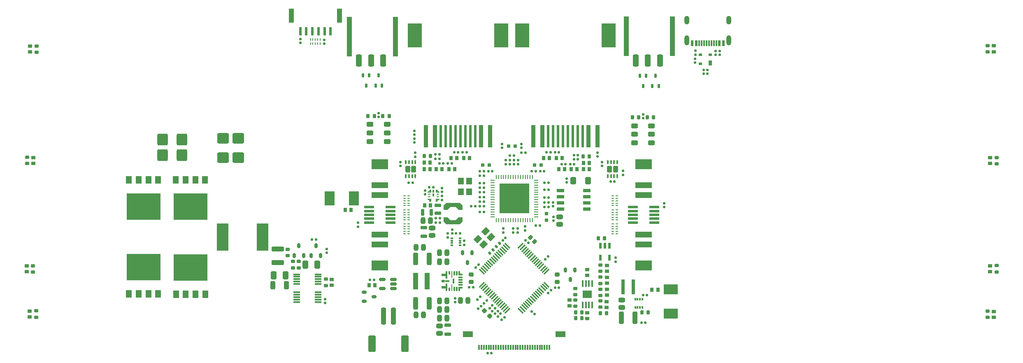
<source format=gbr>
%TF.GenerationSoftware,KiCad,Pcbnew,7.0.7*%
%TF.CreationDate,2024-04-13T02:06:32+02:00*%
%TF.ProjectId,smps_legged_robot,736d7073-5f6c-4656-9767-65645f726f62,1.0*%
%TF.SameCoordinates,PX7026f0PY568bc30*%
%TF.FileFunction,Paste,Top*%
%TF.FilePolarity,Positive*%
%FSLAX46Y46*%
G04 Gerber Fmt 4.6, Leading zero omitted, Abs format (unit mm)*
G04 Created by KiCad (PCBNEW 7.0.7) date 2024-04-13 02:06:32*
%MOMM*%
%LPD*%
G01*
G04 APERTURE LIST*
G04 Aperture macros list*
%AMRoundRect*
0 Rectangle with rounded corners*
0 $1 Rounding radius*
0 $2 $3 $4 $5 $6 $7 $8 $9 X,Y pos of 4 corners*
0 Add a 4 corners polygon primitive as box body*
4,1,4,$2,$3,$4,$5,$6,$7,$8,$9,$2,$3,0*
0 Add four circle primitives for the rounded corners*
1,1,$1+$1,$2,$3*
1,1,$1+$1,$4,$5*
1,1,$1+$1,$6,$7*
1,1,$1+$1,$8,$9*
0 Add four rect primitives between the rounded corners*
20,1,$1+$1,$2,$3,$4,$5,0*
20,1,$1+$1,$4,$5,$6,$7,0*
20,1,$1+$1,$6,$7,$8,$9,0*
20,1,$1+$1,$8,$9,$2,$3,0*%
%AMRotRect*
0 Rectangle, with rotation*
0 The origin of the aperture is its center*
0 $1 length*
0 $2 width*
0 $3 Rotation angle, in degrees counterclockwise*
0 Add horizontal line*
21,1,$1,$2,0,0,$3*%
%AMFreePoly0*
4,1,11,1.015000,1.170000,0.435000,0.575000,0.435000,-0.575000,1.015000,-1.170000,1.015000,-1.945000,0.125000,-1.945000,-0.435000,-1.395000,-0.435000,1.395000,0.125000,1.945000,1.015000,1.945000,1.015000,1.170000,1.015000,1.170000,$1*%
%AMFreePoly1*
4,1,11,0.435000,1.395000,0.435000,-1.395000,-0.125000,-1.945000,-1.015000,-1.945000,-1.015000,-1.170000,-0.435000,-0.575000,-0.435000,0.575000,-1.015000,1.170000,-1.015000,1.945000,-0.125000,1.945000,0.435000,1.395000,0.435000,1.395000,$1*%
%AMFreePoly2*
4,1,13,0.200001,0.350501,0.200001,-0.124500,0.150001,-0.174500,-0.500000,-0.174500,-0.550000,-0.124500,-0.550000,0.000501,-0.500000,0.050501,-0.249998,0.050501,-0.199998,0.100501,-0.199998,0.350501,-0.149998,0.400501,0.150001,0.400501,0.200001,0.350501,0.200001,0.350501,$1*%
%AMFreePoly3*
4,1,13,0.250001,0.124500,0.250001,-0.350503,0.200001,-0.400503,-0.099998,-0.400501,-0.149998,-0.350501,-0.149998,-0.100501,-0.199998,-0.050501,-0.450000,-0.050501,-0.500000,-0.000501,-0.500000,0.124500,-0.450000,0.174500,0.200001,0.174500,0.250001,0.124500,0.250001,0.124500,$1*%
%AMFreePoly4*
4,1,13,0.500000,0.124500,0.500000,-0.000501,0.450000,-0.050501,0.199998,-0.050501,0.149998,-0.100501,0.149998,-0.350501,0.099998,-0.400501,-0.200001,-0.400503,-0.250001,-0.350503,-0.250001,0.124500,-0.200001,0.174500,0.450000,0.174500,0.500000,0.124500,0.500000,0.124500,$1*%
%AMFreePoly5*
4,1,13,0.149998,0.350501,0.149998,0.100501,0.199998,0.050501,0.450000,0.050501,0.500000,0.000501,0.500000,-0.124500,0.450000,-0.174500,-0.200001,-0.174500,-0.250001,-0.124500,-0.250001,0.350501,-0.200001,0.400501,0.099998,0.400501,0.149998,0.350501,0.149998,0.350501,$1*%
G04 Aperture macros list end*
%ADD10R,1.200000X1.400000*%
%ADD11RoundRect,0.137500X-0.137500X-0.137500X0.137500X-0.137500X0.137500X0.137500X-0.137500X0.137500X0*%
%ADD12RoundRect,0.310000X0.310000X0.940000X-0.310000X0.940000X-0.310000X-0.940000X0.310000X-0.940000X0*%
%ADD13RoundRect,0.275000X0.275000X3.825000X-0.275000X3.825000X-0.275000X-3.825000X0.275000X-3.825000X0*%
%ADD14RoundRect,0.130000X0.130000X0.130000X-0.130000X0.130000X-0.130000X-0.130000X0.130000X-0.130000X0*%
%ADD15RoundRect,0.137500X-0.137500X0.137500X-0.137500X-0.137500X0.137500X-0.137500X0.137500X0.137500X0*%
%ADD16R,1.400000X0.300000*%
%ADD17RoundRect,0.175000X0.500000X-0.175000X0.500000X0.175000X-0.500000X0.175000X-0.500000X-0.175000X0*%
%ADD18R,0.600000X0.250000*%
%ADD19RoundRect,0.187500X0.262500X-0.187500X0.262500X0.187500X-0.262500X0.187500X-0.262500X-0.187500X0*%
%ADD20FreePoly0,270.000000*%
%ADD21FreePoly1,270.000000*%
%ADD22R,0.650000X0.700000*%
%ADD23RoundRect,0.322500X-0.752500X0.902500X-0.752500X-0.902500X0.752500X-0.902500X0.752500X0.902500X0*%
%ADD24RoundRect,0.237500X0.237500X0.437500X-0.237500X0.437500X-0.237500X-0.437500X0.237500X-0.437500X0*%
%ADD25RoundRect,0.137500X0.137500X-0.262500X0.137500X0.262500X-0.137500X0.262500X-0.137500X-0.262500X0*%
%ADD26RoundRect,0.137500X0.137500X-0.137500X0.137500X0.137500X-0.137500X0.137500X-0.137500X-0.137500X0*%
%ADD27RoundRect,0.130000X-0.130000X-0.130000X0.130000X-0.130000X0.130000X0.130000X-0.130000X0.130000X0*%
%ADD28RoundRect,0.137500X0.000000X0.194454X-0.194454X0.000000X0.000000X-0.194454X0.194454X0.000000X0*%
%ADD29RoundRect,0.187500X0.187500X0.262500X-0.187500X0.262500X-0.187500X-0.262500X0.187500X-0.262500X0*%
%ADD30RoundRect,0.162500X-0.162500X-0.287500X0.162500X-0.287500X0.162500X0.287500X-0.162500X0.287500X0*%
%ADD31RoundRect,0.300000X0.300000X0.550000X-0.300000X0.550000X-0.300000X-0.550000X0.300000X-0.550000X0*%
%ADD32R,2.489200X5.588000*%
%ADD33RoundRect,0.130000X0.000000X0.183848X-0.183848X0.000000X0.000000X-0.183848X0.183848X0.000000X0*%
%ADD34RoundRect,0.130000X0.183848X0.000000X0.000000X0.183848X-0.183848X0.000000X0.000000X-0.183848X0*%
%ADD35RoundRect,0.150000X0.150000X-0.350000X0.150000X0.350000X-0.150000X0.350000X-0.150000X-0.350000X0*%
%ADD36R,0.980000X3.400000*%
%ADD37RoundRect,0.187500X-0.262500X0.187500X-0.262500X-0.187500X0.262500X-0.187500X0.262500X0.187500X0*%
%ADD38RoundRect,0.237500X0.237500X1.062500X-0.237500X1.062500X-0.237500X-1.062500X0.237500X-1.062500X0*%
%ADD39RoundRect,0.218750X-0.256250X0.218750X-0.256250X-0.218750X0.256250X-0.218750X0.256250X0.218750X0*%
%ADD40RoundRect,0.130000X0.130000X-0.130000X0.130000X0.130000X-0.130000X0.130000X-0.130000X-0.130000X0*%
%ADD41R,1.525000X0.650000*%
%ADD42RoundRect,0.137500X-0.137500X0.262500X-0.137500X-0.262500X0.137500X-0.262500X0.137500X0.262500X0*%
%ADD43RoundRect,0.187500X0.462500X-0.187500X0.462500X0.187500X-0.462500X0.187500X-0.462500X-0.187500X0*%
%ADD44RoundRect,0.130000X-0.130000X0.130000X-0.130000X-0.130000X0.130000X-0.130000X0.130000X0.130000X0*%
%ADD45RoundRect,0.237500X-0.237500X-0.437500X0.237500X-0.437500X0.237500X0.437500X-0.237500X0.437500X0*%
%ADD46RoundRect,0.137500X0.137500X0.137500X-0.137500X0.137500X-0.137500X-0.137500X0.137500X-0.137500X0*%
%ADD47R,2.950000X2.020000*%
%ADD48RoundRect,0.162500X0.162500X0.287500X-0.162500X0.287500X-0.162500X-0.287500X0.162500X-0.287500X0*%
%ADD49RoundRect,0.250000X-0.450000X-0.250000X0.450000X-0.250000X0.450000X0.250000X-0.450000X0.250000X0*%
%ADD50RoundRect,0.322500X-0.902500X-0.752500X0.902500X-0.752500X0.902500X0.752500X-0.902500X0.752500X0*%
%ADD51RoundRect,0.162500X-0.287500X0.162500X-0.287500X-0.162500X0.287500X-0.162500X0.287500X0.162500X0*%
%ADD52RoundRect,0.187500X-0.187500X-0.262500X0.187500X-0.262500X0.187500X0.262500X-0.187500X0.262500X0*%
%ADD53RoundRect,0.162500X0.287500X-0.162500X0.287500X0.162500X-0.287500X0.162500X-0.287500X-0.162500X0*%
%ADD54RoundRect,0.237500X-0.437500X0.237500X-0.437500X-0.237500X0.437500X-0.237500X0.437500X0.237500X0*%
%ADD55R,1.143000X1.524000*%
%ADD56R,6.959600X5.410200*%
%ADD57RoundRect,0.237500X-0.237500X-1.062500X0.237500X-1.062500X0.237500X1.062500X-0.237500X1.062500X0*%
%ADD58RoundRect,0.218750X0.335876X0.026517X0.026517X0.335876X-0.335876X-0.026517X-0.026517X-0.335876X0*%
%ADD59RoundRect,0.250000X0.250000X-0.450000X0.250000X0.450000X-0.250000X0.450000X-0.250000X-0.450000X0*%
%ADD60RoundRect,0.075000X0.075000X-0.350000X0.075000X0.350000X-0.075000X0.350000X-0.075000X-0.350000X0*%
%ADD61RoundRect,0.240000X0.360000X0.510000X-0.360000X0.510000X-0.360000X-0.510000X0.360000X-0.510000X0*%
%ADD62RoundRect,0.150000X-0.350000X-0.150000X0.350000X-0.150000X0.350000X0.150000X-0.350000X0.150000X0*%
%ADD63RoundRect,0.150000X-0.150000X0.350000X-0.150000X-0.350000X0.150000X-0.350000X0.150000X0.350000X0*%
%ADD64RoundRect,0.130000X-0.183848X0.000000X0.000000X-0.183848X0.183848X0.000000X0.000000X0.183848X0*%
%ADD65R,0.475000X0.300000*%
%ADD66RoundRect,0.137500X-0.194454X0.000000X0.000000X-0.194454X0.194454X0.000000X0.000000X0.194454X0*%
%ADD67R,0.810000X4.600000*%
%ADD68R,0.610000X4.600000*%
%ADD69R,3.000000X4.900000*%
%ADD70R,0.300000X1.000000*%
%ADD71R,2.000000X1.300000*%
%ADD72RoundRect,0.130000X0.000000X-0.183848X0.183848X0.000000X0.000000X0.183848X-0.183848X0.000000X0*%
%ADD73R,0.600000X1.200000*%
%ADD74RoundRect,0.237500X-1.062500X0.237500X-1.062500X-0.237500X1.062500X-0.237500X1.062500X0.237500X0*%
%ADD75RoundRect,0.187500X-0.187500X-0.462500X0.187500X-0.462500X0.187500X0.462500X-0.187500X0.462500X0*%
%ADD76RoundRect,0.140000X-0.021213X0.219203X-0.219203X0.021213X0.021213X-0.219203X0.219203X-0.021213X0*%
%ADD77R,3.500000X2.000000*%
%ADD78R,3.500000X1.300000*%
%ADD79R,2.000000X0.500000*%
%ADD80R,0.700000X1.000000*%
%ADD81R,0.700000X0.600000*%
%ADD82RoundRect,0.187500X-0.318198X-0.053033X-0.053033X-0.318198X0.318198X0.053033X0.053033X0.318198X0*%
%ADD83R,0.609600X1.701800*%
%ADD84R,0.990600X2.844800*%
%ADD85RoundRect,0.237500X0.437500X-0.237500X0.437500X0.237500X-0.437500X0.237500X-0.437500X-0.237500X0*%
%ADD86R,0.250000X0.600000*%
%ADD87RoundRect,0.206521X0.268479X0.643479X-0.268479X0.643479X-0.268479X-0.643479X0.268479X-0.643479X0*%
%ADD88R,0.300000X0.475000*%
%ADD89R,0.850000X0.280000*%
%ADD90R,0.280000X0.850000*%
%ADD91R,6.100000X6.100000*%
%ADD92RoundRect,0.250000X-0.250000X-1.500000X0.250000X-1.500000X0.250000X1.500000X-0.250000X1.500000X0*%
%ADD93RoundRect,0.250001X-0.499999X-1.449999X0.499999X-1.449999X0.499999X1.449999X-0.499999X1.449999X0*%
%ADD94R,0.600000X1.150000*%
%ADD95R,0.300000X1.150000*%
%ADD96O,1.000000X2.100000*%
%ADD97O,1.000000X1.800000*%
%ADD98R,2.020000X2.950000*%
%ADD99FreePoly2,0.000000*%
%ADD100FreePoly3,0.000000*%
%ADD101FreePoly4,0.000000*%
%ADD102FreePoly5,0.000000*%
%ADD103RoundRect,0.150000X0.512500X0.150000X-0.512500X0.150000X-0.512500X-0.150000X0.512500X-0.150000X0*%
%ADD104RotRect,1.150000X1.400000X315.000000*%
%ADD105R,0.300000X0.875000*%
%ADD106R,0.300000X0.825000*%
%ADD107R,0.250000X1.375000*%
%ADD108R,0.300000X0.725000*%
%ADD109R,0.300000X1.525000*%
%ADD110R,0.725000X0.550000*%
%ADD111R,0.875000X0.450000*%
%ADD112R,0.925000X0.300000*%
%ADD113R,0.350000X0.500000*%
%ADD114R,0.905000X0.550000*%
%ADD115R,0.950000X0.300000*%
%ADD116R,0.440000X1.050000*%
%ADD117R,0.700000X0.650000*%
%ADD118RoundRect,0.300000X-0.300000X-0.550000X0.300000X-0.550000X0.300000X0.550000X-0.300000X0.550000X0*%
%ADD119RoundRect,0.140000X0.021213X-0.219203X0.219203X-0.021213X-0.021213X0.219203X-0.219203X0.021213X0*%
%ADD120R,0.711200X3.073400*%
%ADD121RoundRect,0.075000X-0.548008X0.441942X0.441942X-0.548008X0.548008X-0.441942X-0.441942X0.548008X0*%
%ADD122RoundRect,0.075000X-0.548008X-0.441942X-0.441942X-0.548008X0.548008X0.441942X0.441942X0.548008X0*%
%ADD123R,0.450000X1.400000*%
%ADD124R,1.890000X1.570000*%
%ADD125RoundRect,0.137500X0.000000X-0.194454X0.194454X0.000000X0.000000X0.194454X-0.194454X0.000000X0*%
G04 APERTURE END LIST*
%TO.C,U802*%
G36*
X126990001Y-264998D02*
G01*
X126990001Y-714997D01*
X126940001Y-764997D01*
X126689999Y-764997D01*
X126639999Y-714997D01*
X126640002Y-264998D01*
X126690002Y-214998D01*
X126940001Y-214998D01*
X126990001Y-264998D01*
G37*
G36*
X126989998Y485000D02*
G01*
X126989998Y35001D01*
X126939998Y-14999D01*
X126689999Y-14999D01*
X126639999Y35001D01*
X126639999Y485000D01*
X126689999Y535000D01*
X126939998Y535000D01*
X126989998Y485000D01*
G37*
G36*
X126989998Y485000D02*
G01*
X126989998Y35001D01*
X126939998Y-14999D01*
X126689999Y-14999D01*
X126639999Y35001D01*
X126639999Y485000D01*
X126689999Y535000D01*
X126939998Y535000D01*
X126989998Y485000D01*
G37*
G36*
X126365001Y-1340500D02*
G01*
X126365001Y-1815503D01*
X126315001Y-1865503D01*
X126015002Y-1865501D01*
X125965002Y-1815501D01*
X125965002Y-1565501D01*
X125915002Y-1515501D01*
X125665000Y-1515501D01*
X125615000Y-1465501D01*
X125615000Y-1340500D01*
X125665000Y-1290500D01*
X126315001Y-1290500D01*
X126365001Y-1340500D01*
G37*
G36*
X126365001Y410500D02*
G01*
X126364998Y10500D01*
X126315001Y-39497D01*
X125665002Y-39497D01*
X125615005Y10500D01*
X125615002Y135499D01*
X125665002Y185501D01*
X125915002Y185501D01*
X125965002Y235501D01*
X125965002Y410502D01*
X126015002Y460502D01*
X126315001Y460502D01*
X126365001Y410500D01*
G37*
G36*
X127664998Y410502D02*
G01*
X127664998Y235501D01*
X127714998Y185501D01*
X127964998Y185501D01*
X128014998Y135499D01*
X128014995Y10500D01*
X127964998Y-39497D01*
X127314999Y-39497D01*
X127265002Y10500D01*
X127264999Y410500D01*
X127314999Y460502D01*
X127614998Y460502D01*
X127664998Y410502D01*
G37*
%TD*%
D10*
%TO.C,Y1101*%
X134125000Y150000D03*
X134125000Y2350000D03*
X132425000Y2350000D03*
X132425000Y150000D03*
%TD*%
D11*
%TO.C,R1115*%
X136360000Y-1900000D03*
X137160000Y-1900000D03*
%TD*%
D12*
%TO.C,J1104*%
X168425000Y27165000D03*
X170925000Y27165000D03*
X173425000Y27165000D03*
D13*
X166455000Y32095000D03*
X175995000Y32095000D03*
%TD*%
D14*
%TO.C,C1145*%
X128015000Y6890000D03*
X127215000Y6890000D03*
%TD*%
D15*
%TO.C,R1132*%
X144895000Y9960000D03*
X144895000Y9160000D03*
%TD*%
D16*
%TO.C,IC1501*%
X98675000Y-16850000D03*
X98675000Y-17350000D03*
X98675000Y-17850000D03*
X98675000Y-18350000D03*
X98675000Y-18850000D03*
X103075000Y-18850000D03*
X103075000Y-18350000D03*
X103075000Y-17850000D03*
X103075000Y-17350000D03*
X103075000Y-16850000D03*
%TD*%
D11*
%TO.C,R805*%
X131457100Y-8441000D03*
X132257100Y-8441000D03*
%TD*%
D17*
%TO.C,C817*%
X127750000Y-4275000D03*
X127750000Y-2675000D03*
%TD*%
D14*
%TO.C,C816*%
X128125000Y-5325000D03*
X127325000Y-5325000D03*
%TD*%
D18*
%TO.C,D1001*%
X120875000Y-6500000D03*
X120875000Y-7000000D03*
X120875000Y-7500000D03*
X120875000Y-8000000D03*
X120875000Y-8500000D03*
X121725000Y-8500000D03*
X121725000Y-8000000D03*
X121725000Y-7500000D03*
X121725000Y-7000000D03*
X121725000Y-6500000D03*
%TD*%
D19*
%TO.C,C2103*%
X43090000Y-16310000D03*
X43090000Y-15110000D03*
%TD*%
D20*
%TO.C,L803*%
X130850000Y-2585000D03*
D21*
X130850000Y-6115000D03*
%TD*%
D22*
%TO.C,FB1101*%
X142240000Y9540000D03*
X143590000Y9540000D03*
%TD*%
D23*
%TO.C,D504*%
X71050000Y10850000D03*
X71050000Y7700000D03*
%TD*%
D24*
%TO.C,C802*%
X129558000Y-22270000D03*
X128058000Y-22270000D03*
%TD*%
D25*
%TO.C,D1102*%
X171860000Y21858173D03*
X173160000Y21858173D03*
X172510000Y24008173D03*
%TD*%
D24*
%TO.C,C805*%
X124708000Y-11320000D03*
X123208000Y-11320000D03*
%TD*%
D26*
%TO.C,R402*%
X184882500Y28322500D03*
X184882500Y29122500D03*
%TD*%
D14*
%TO.C,C1127*%
X138887500Y4387500D03*
X138087500Y4387500D03*
%TD*%
D26*
%TO.C,R1130*%
X151400000Y-2840000D03*
X151400000Y-2040000D03*
%TD*%
D27*
%TO.C,C1709*%
X137930000Y-33050000D03*
X138730000Y-33050000D03*
%TD*%
%TO.C,C1126*%
X147035000Y4380000D03*
X147835000Y4380000D03*
%TD*%
%TO.C,C1133*%
X136360000Y1885000D03*
X137160000Y1885000D03*
%TD*%
D28*
%TO.C,R401*%
X137765000Y-22215000D03*
X137199314Y-22780686D03*
%TD*%
D29*
%TO.C,C1141*%
X158845000Y4780000D03*
X157645000Y4780000D03*
%TD*%
D30*
%TO.C,R1705*%
X156065000Y-24685000D03*
X157365000Y-24685000D03*
%TD*%
D15*
%TO.C,R1101*%
X119975000Y6225000D03*
X119975000Y5425000D03*
%TD*%
D31*
%TO.C,R1502*%
X102900000Y-14850000D03*
X100450000Y-14850000D03*
%TD*%
D27*
%TO.C,C1117*%
X142555000Y7613000D03*
X143355000Y7613000D03*
%TD*%
D32*
%TO.C,R1505*%
X91639400Y-9150000D03*
X83460600Y-9150000D03*
%TD*%
D33*
%TO.C,C412*%
X136607843Y-23372157D03*
X136042157Y-23937843D03*
%TD*%
D34*
%TO.C,C413*%
X138915000Y-24395000D03*
X138349314Y-23829314D03*
%TD*%
D15*
%TO.C,R408*%
X182370000Y25199999D03*
X182370000Y24399999D03*
%TD*%
D35*
%TO.C,Q1102*%
X101675000Y-13000000D03*
X103575000Y-13000000D03*
X102625000Y-11000000D03*
%TD*%
D14*
%TO.C,C818*%
X128125000Y-6200000D03*
X127325000Y-6200000D03*
%TD*%
D24*
%TO.C,C1204*%
X129558000Y-14220000D03*
X128058000Y-14220000D03*
%TD*%
D26*
%TO.C,R1133*%
X140905000Y9160000D03*
X140905000Y9960000D03*
%TD*%
D36*
%TO.C,L801*%
X125483000Y-18230000D03*
X123113000Y-18230000D03*
%TD*%
D37*
%TO.C,C2102*%
X241360000Y7140000D03*
X241360000Y5940000D03*
%TD*%
D38*
%TO.C,C1207*%
X125908000Y-22820000D03*
X123108000Y-22820000D03*
%TD*%
D14*
%TO.C,C1116*%
X137160000Y-3990000D03*
X136360000Y-3990000D03*
%TD*%
D39*
%TO.C,D1504*%
X134560000Y-16862500D03*
X134560000Y-18437500D03*
%TD*%
D40*
%TO.C,C901*%
X174290000Y-3010000D03*
X174290000Y-2210000D03*
%TD*%
D41*
%TO.C,IC1102*%
X158374000Y-3430000D03*
X158374000Y-2160000D03*
X158374000Y-890000D03*
X158374000Y380000D03*
X152950000Y380000D03*
X152950000Y-890000D03*
X152950000Y-2160000D03*
X152950000Y-3430000D03*
%TD*%
D30*
%TO.C,R801*%
X169670000Y-24710000D03*
X170970000Y-24710000D03*
%TD*%
D42*
%TO.C,D1104*%
X113614999Y24115699D03*
X112314999Y24115699D03*
X112964999Y21965699D03*
%TD*%
D43*
%TO.C,FB1201*%
X129758000Y-29120000D03*
X129758000Y-27320000D03*
%TD*%
D14*
%TO.C,C1111*%
X137160000Y-940000D03*
X136360000Y-940000D03*
%TD*%
%TO.C,C1105*%
X164050000Y2230000D03*
X163250000Y2230000D03*
%TD*%
D44*
%TO.C,C417*%
X185712500Y29117500D03*
X185712500Y28317500D03*
%TD*%
D45*
%TO.C,C1205*%
X132358000Y-22245000D03*
X133858000Y-22245000D03*
%TD*%
D46*
%TO.C,R1135*%
X145705000Y8180000D03*
X144905000Y8180000D03*
%TD*%
D27*
%TO.C,C1136*%
X136360000Y3460000D03*
X137160000Y3460000D03*
%TD*%
D11*
%TO.C,R806*%
X169920000Y-21135000D03*
X170720000Y-21135000D03*
%TD*%
D47*
%TO.C,F1301*%
X175650000Y-24970000D03*
X175650000Y-19970000D03*
%TD*%
D44*
%TO.C,C1128*%
X141210000Y-7440000D03*
X141210000Y-8240000D03*
%TD*%
D37*
%TO.C,C2105*%
X44490000Y7190000D03*
X44490000Y5990000D03*
%TD*%
D48*
%TO.C,R1127*%
X126195000Y7470000D03*
X124895000Y7470000D03*
%TD*%
D49*
%TO.C,SW1103*%
X113765000Y13990000D03*
X113765000Y12240000D03*
X113765000Y10490000D03*
X117265000Y13990000D03*
X117265000Y12240000D03*
X117265000Y10490000D03*
%TD*%
D50*
%TO.C,D501*%
X83475000Y7150000D03*
X86625000Y7150000D03*
%TD*%
D15*
%TO.C,R1114*%
X145685000Y-7000000D03*
X145685000Y-7800000D03*
%TD*%
D51*
%TO.C,R1704*%
X161150000Y-17420000D03*
X161150000Y-18720000D03*
%TD*%
D30*
%TO.C,R1139*%
X116385000Y15720000D03*
X117685000Y15720000D03*
%TD*%
D29*
%TO.C,C1130*%
X128585000Y4815000D03*
X127385000Y4815000D03*
%TD*%
D46*
%TO.C,R1123*%
X155735000Y5820000D03*
X154935000Y5820000D03*
%TD*%
D52*
%TO.C,C1138*%
X133045000Y7115000D03*
X134245000Y7115000D03*
%TD*%
D53*
%TO.C,R1501*%
X99100000Y-15500000D03*
X99100000Y-14200000D03*
%TD*%
D54*
%TO.C,C1148*%
X152785000Y-5030000D03*
X152785000Y-6530000D03*
%TD*%
D15*
%TO.C,R407*%
X183210000Y25199999D03*
X183210000Y24399999D03*
%TD*%
D49*
%TO.C,SW1101*%
X168190000Y13722183D03*
X168190000Y11972183D03*
X168190000Y10222183D03*
X171690000Y13722183D03*
X171690000Y11972183D03*
X171690000Y10222183D03*
%TD*%
D15*
%TO.C,R403*%
X180672500Y29132500D03*
X180672500Y28332500D03*
%TD*%
D55*
%TO.C,Q1201*%
X70149999Y2625100D03*
X68149998Y2625100D03*
X66149999Y2625100D03*
X64149998Y2625100D03*
D56*
X67150000Y-2899400D03*
%TD*%
D25*
%TO.C,D1105*%
X114904999Y21963199D03*
X116204999Y21963199D03*
X115554999Y24113199D03*
%TD*%
D53*
%TO.C,R2202*%
X45040000Y-25650000D03*
X45040000Y-24350000D03*
%TD*%
D14*
%TO.C,C1114*%
X137160000Y10000D03*
X136360000Y10000D03*
%TD*%
D57*
%TO.C,C806*%
X165445000Y-25760000D03*
X168245000Y-25760000D03*
%TD*%
D58*
%TO.C,FB401*%
X138351847Y-25471847D03*
X137238153Y-24358153D03*
%TD*%
D29*
%TO.C,C1802*%
X114750000Y-19050000D03*
X113550000Y-19050000D03*
%TD*%
D27*
%TO.C,C1146*%
X155735000Y6790000D03*
X156535000Y6790000D03*
%TD*%
D19*
%TO.C,C1704*%
X162480000Y-21160000D03*
X162480000Y-19960000D03*
%TD*%
D51*
%TO.C,R2204*%
X240810000Y30200000D03*
X240810000Y28900000D03*
%TD*%
D53*
%TO.C,R1103*%
X96800000Y-13025000D03*
X96800000Y-11725000D03*
%TD*%
D40*
%TO.C,C808*%
X129730500Y-9245000D03*
X129730500Y-8445000D03*
%TD*%
D27*
%TO.C,C1121*%
X149660000Y-2990000D03*
X150460000Y-2990000D03*
%TD*%
D59*
%TO.C,U1102*%
X163050000Y4790000D03*
X164250000Y4790000D03*
D60*
X162675000Y3340000D03*
X163325000Y3340000D03*
X163975000Y3340000D03*
X164625000Y3340000D03*
X164625000Y6240000D03*
X163975000Y6240000D03*
X163325000Y6240000D03*
X162675000Y6240000D03*
%TD*%
D15*
%TO.C,R1116*%
X143385000Y6648000D03*
X143385000Y5848000D03*
%TD*%
D40*
%TO.C,C2001*%
X104475000Y-22725000D03*
X104475000Y-21925000D03*
%TD*%
D61*
%TO.C,D1107*%
X158605000Y2447500D03*
X155605000Y2447500D03*
%TD*%
D44*
%TO.C,C1115*%
X144235000Y6648000D03*
X144235000Y5848000D03*
%TD*%
D46*
%TO.C,R1113*%
X135400000Y-2850000D03*
X134600000Y-2850000D03*
%TD*%
D15*
%TO.C,R1125*%
X154225000Y2850000D03*
X154225000Y2050000D03*
%TD*%
D44*
%TO.C,C1102*%
X165780000Y4435000D03*
X165780000Y3635000D03*
%TD*%
D18*
%TO.C,D901*%
X164575000Y-2700000D03*
X164575000Y-2200000D03*
X164575000Y-1700000D03*
X164575000Y-1200000D03*
X164575000Y-700000D03*
X163725000Y-700000D03*
X163725000Y-1200000D03*
X163725000Y-1700000D03*
X163725000Y-2200000D03*
X163725000Y-2700000D03*
%TD*%
D46*
%TO.C,R1124*%
X133625000Y8245000D03*
X132825000Y8245000D03*
%TD*%
D14*
%TO.C,C1139*%
X128015000Y7820000D03*
X127215000Y7820000D03*
%TD*%
D19*
%TO.C,C1503*%
X105900000Y-19100000D03*
X105900000Y-17900000D03*
%TD*%
D62*
%TO.C,Q1401*%
X112550000Y-20500000D03*
X112550000Y-22400000D03*
X114550000Y-21450000D03*
%TD*%
D29*
%TO.C,C1143*%
X158855000Y6100000D03*
X157655000Y6100000D03*
%TD*%
D37*
%TO.C,C2201*%
X43840000Y30080000D03*
X43840000Y28880000D03*
%TD*%
D52*
%TO.C,C1137*%
X155155000Y4780000D03*
X156355000Y4780000D03*
%TD*%
D30*
%TO.C,R1126*%
X157585000Y7410000D03*
X158885000Y7410000D03*
%TD*%
D27*
%TO.C,C1140*%
X155725000Y7710000D03*
X156525000Y7710000D03*
%TD*%
D18*
%TO.C,D1301*%
X164575000Y-8500000D03*
X164575000Y-8000000D03*
X164575000Y-7500000D03*
X164575000Y-7000000D03*
X164575000Y-6500000D03*
X163725000Y-6500000D03*
X163725000Y-7000000D03*
X163725000Y-7500000D03*
X163725000Y-8000000D03*
X163725000Y-8500000D03*
%TD*%
D19*
%TO.C,C1702*%
X162480000Y-16180000D03*
X162480000Y-14980000D03*
%TD*%
D29*
%TO.C,C1134*%
X153765000Y4780000D03*
X152565000Y4780000D03*
%TD*%
D63*
%TO.C,Q1502*%
X155890000Y-15920000D03*
X153990000Y-15920000D03*
X154940000Y-17920000D03*
%TD*%
D40*
%TO.C,C809*%
X130640500Y-8445000D03*
X130640500Y-7645000D03*
%TD*%
D39*
%TO.C,D1505*%
X152270000Y-16872500D03*
X152270000Y-18447500D03*
%TD*%
D29*
%TO.C,C1401*%
X109850000Y-3600000D03*
X108650000Y-3600000D03*
%TD*%
D64*
%TO.C,C416*%
X140039314Y-24389314D03*
X140605000Y-24955000D03*
%TD*%
D63*
%TO.C,Q1501*%
X134730000Y-12410000D03*
X132830000Y-12410000D03*
X133780000Y-14410000D03*
%TD*%
D65*
%TO.C,U801*%
X132251000Y-10900000D03*
X132251000Y-10400000D03*
X132251000Y-9900000D03*
X132251000Y-9400000D03*
X130575000Y-9400000D03*
X130575000Y-9900000D03*
X130575000Y-10400000D03*
X130575000Y-10900000D03*
%TD*%
D66*
%TO.C,R406*%
X147017157Y-24467157D03*
X147582843Y-25032843D03*
%TD*%
D23*
%TO.C,D503*%
X75050000Y10850000D03*
X75050000Y7700000D03*
%TD*%
D11*
%TO.C,R802*%
X125950000Y1100000D03*
X126750000Y1100000D03*
%TD*%
D67*
%TO.C,J1107*%
X147355000Y11590000D03*
X149195000Y11590000D03*
D68*
X150395000Y11590000D03*
X151415000Y11590000D03*
X152435000Y11590000D03*
X153455000Y11590000D03*
X154475000Y11590000D03*
X155495000Y11590000D03*
X156515000Y11590000D03*
X157535000Y11590000D03*
D67*
X158735000Y11590000D03*
X160575000Y11590000D03*
D69*
X145045000Y32280000D03*
X162885000Y32280000D03*
%TD*%
D19*
%TO.C,C2202*%
X43750000Y-25600000D03*
X43750000Y-24400000D03*
%TD*%
D11*
%TO.C,R1117*%
X150095000Y8220000D03*
X150895000Y8220000D03*
%TD*%
D18*
%TO.C,D2501*%
X120875000Y-700000D03*
X120875000Y-1200000D03*
X120875000Y-1700000D03*
X120875000Y-2200000D03*
X120875000Y-2700000D03*
X121725000Y-2700000D03*
X121725000Y-2200000D03*
X121725000Y-1700000D03*
X121725000Y-1200000D03*
X121725000Y-700000D03*
%TD*%
D48*
%TO.C,R1708*%
X162415000Y-24860000D03*
X161115000Y-24860000D03*
%TD*%
D70*
%TO.C,J1702*%
X150675000Y-31875000D03*
X150175000Y-31875000D03*
X149675000Y-31875000D03*
X149175000Y-31875000D03*
X148675000Y-31875000D03*
X148175000Y-31875000D03*
X147675000Y-31875000D03*
X147175000Y-31875000D03*
X146675000Y-31875000D03*
X146175000Y-31875000D03*
X145675000Y-31875000D03*
X145175000Y-31875000D03*
X144675000Y-31875000D03*
X144175000Y-31875000D03*
X143675000Y-31875000D03*
X143175000Y-31875000D03*
X142675000Y-31875000D03*
X142175000Y-31875000D03*
X141675000Y-31875000D03*
X141175000Y-31875000D03*
X140675000Y-31875000D03*
X140175000Y-31875000D03*
X139675000Y-31875000D03*
X139175000Y-31875000D03*
X138675000Y-31875000D03*
X138175000Y-31875000D03*
X137675000Y-31875000D03*
X137175000Y-31875000D03*
X136675000Y-31875000D03*
X136175000Y-31875000D03*
D71*
X152975000Y-29175000D03*
X133875000Y-29175000D03*
%TD*%
D15*
%TO.C,R804*%
X133090000Y-9980000D03*
X133090000Y-10780000D03*
%TD*%
D29*
%TO.C,C1302*%
X172970000Y-19980000D03*
X171770000Y-19980000D03*
%TD*%
D30*
%TO.C,R1701*%
X160700000Y-9460000D03*
X162000000Y-9460000D03*
%TD*%
D72*
%TO.C,C409*%
X141062157Y-9882843D03*
X141627843Y-9317157D03*
%TD*%
D67*
%TO.C,J1108*%
X125245000Y11590000D03*
X127085000Y11590000D03*
D68*
X128285000Y11590000D03*
X129305000Y11590000D03*
X130325000Y11590000D03*
X131345000Y11590000D03*
X132365000Y11590000D03*
X133385000Y11590000D03*
X134405000Y11590000D03*
X135425000Y11590000D03*
D67*
X136625000Y11590000D03*
X138465000Y11590000D03*
D69*
X122935000Y32280000D03*
X140775000Y32280000D03*
%TD*%
D73*
%TO.C,U1701*%
X163020000Y-10930000D03*
X162070000Y-10930000D03*
X161120000Y-10930000D03*
X161120000Y-13430000D03*
X163020000Y-13430000D03*
%TD*%
D26*
%TO.C,R1105*%
X104850000Y-12400000D03*
X104850000Y-11600000D03*
%TD*%
D11*
%TO.C,R1122*%
X131075000Y8245000D03*
X131875000Y8245000D03*
%TD*%
D37*
%TO.C,C1706*%
X162465000Y-22435000D03*
X162465000Y-23635000D03*
%TD*%
D44*
%TO.C,C1124*%
X143210000Y-7430000D03*
X143210000Y-8230000D03*
%TD*%
D74*
%TO.C,C1501*%
X94750000Y-11650000D03*
X94750000Y-14450000D03*
%TD*%
D18*
%TO.C,D1401*%
X120875000Y-3600000D03*
X120875000Y-4100000D03*
X120875000Y-4600000D03*
X120875000Y-5100000D03*
X120875000Y-5600000D03*
X121725000Y-5600000D03*
X121725000Y-5100000D03*
X121725000Y-4600000D03*
X121725000Y-4100000D03*
X121725000Y-3600000D03*
%TD*%
D19*
%TO.C,C1705*%
X154765000Y-23335000D03*
X154765000Y-22135000D03*
%TD*%
D24*
%TO.C,C804*%
X124708000Y-25170000D03*
X123208000Y-25170000D03*
%TD*%
D33*
%TO.C,C407*%
X150982843Y-20117157D03*
X150417157Y-20682843D03*
%TD*%
D30*
%TO.C,R1138*%
X113345000Y15720000D03*
X114645000Y15720000D03*
%TD*%
D44*
%TO.C,C1001*%
X111250000Y-6225000D03*
X111250000Y-7025000D03*
%TD*%
D55*
%TO.C,Q1202*%
X79811399Y2625100D03*
X77811398Y2625100D03*
X75811399Y2625100D03*
X73811398Y2625100D03*
D56*
X76811400Y-2899400D03*
%TD*%
D30*
%TO.C,R1108*%
X170810000Y15472183D03*
X172110000Y15472183D03*
%TD*%
D64*
%TO.C,C410*%
X145777157Y-9827157D03*
X146342843Y-10392843D03*
%TD*%
D16*
%TO.C,IC2001*%
X98675000Y-20550000D03*
X98675000Y-21050000D03*
X98675000Y-21550000D03*
X98675000Y-22050000D03*
X98675000Y-22550000D03*
X103075000Y-22550000D03*
X103075000Y-22050000D03*
X103075000Y-21550000D03*
X103075000Y-21050000D03*
X103075000Y-20550000D03*
%TD*%
D75*
%TO.C,C812*%
X124550000Y-4100000D03*
X126350000Y-4100000D03*
%TD*%
D53*
%TO.C,R1710*%
X156005000Y-21030000D03*
X156005000Y-19730000D03*
%TD*%
D15*
%TO.C,R1131*%
X160575000Y8210000D03*
X160575000Y7410000D03*
%TD*%
D51*
%TO.C,R1706*%
X161150000Y-19910000D03*
X161150000Y-21210000D03*
%TD*%
D14*
%TO.C,C1104*%
X122520000Y1970000D03*
X121720000Y1970000D03*
%TD*%
D76*
%TO.C,C402*%
X139019411Y-11800589D03*
X138340589Y-12479411D03*
%TD*%
D24*
%TO.C,C801*%
X129568000Y-24080000D03*
X128068000Y-24080000D03*
%TD*%
D53*
%TO.C,R1707*%
X156005000Y-23400000D03*
X156005000Y-22100000D03*
%TD*%
D77*
%TO.C,J2501*%
X115760000Y5840000D03*
X115760000Y-15060000D03*
D78*
X115760000Y-510000D03*
X115760000Y-8710000D03*
X115760000Y1490000D03*
X115760000Y-10710000D03*
D79*
X117960000Y-3010000D03*
X113560000Y-3010000D03*
X117960000Y-3810000D03*
X113560000Y-3810000D03*
X117960000Y-4610000D03*
X113560000Y-4610000D03*
X117960000Y-5410000D03*
X113560000Y-5410000D03*
X117960000Y-6210000D03*
X113560000Y-6210000D03*
%TD*%
D40*
%TO.C,C403*%
X180662500Y26717500D03*
X180662500Y27517500D03*
%TD*%
D26*
%TO.C,R803*%
X125050000Y-400000D03*
X125050000Y400000D03*
%TD*%
D80*
%TO.C,D401*%
X183737500Y26647500D03*
D81*
X183737500Y28347500D03*
X181737500Y28347500D03*
X181737500Y26447500D03*
%TD*%
D55*
%TO.C,Q1204*%
X64150001Y-20874500D03*
X66150002Y-20874500D03*
X68150001Y-20874500D03*
X70150002Y-20874500D03*
D56*
X67150000Y-15350000D03*
%TD*%
D46*
%TO.C,R1508*%
X152640000Y-19570000D03*
X151840000Y-19570000D03*
%TD*%
D19*
%TO.C,C1708*%
X158465000Y-17085000D03*
X158465000Y-15885000D03*
%TD*%
D82*
%TO.C,C411*%
X146730000Y-9260000D03*
X147578528Y-10108528D03*
%TD*%
D46*
%TO.C,R1120*%
X130565000Y5935000D03*
X129765000Y5935000D03*
%TD*%
%TO.C,R1104*%
X102625000Y-9650000D03*
X101825000Y-9650000D03*
%TD*%
D18*
%TO.C,D1302*%
X164575000Y-5600000D03*
X164575000Y-5100000D03*
X164575000Y-4600000D03*
X164575000Y-4100000D03*
X164575000Y-3600000D03*
X163725000Y-3600000D03*
X163725000Y-4100000D03*
X163725000Y-4600000D03*
X163725000Y-5100000D03*
X163725000Y-5600000D03*
%TD*%
D64*
%TO.C,C415*%
X139479314Y-24956471D03*
X140045000Y-25522157D03*
%TD*%
D51*
%TO.C,R2105*%
X43190000Y7240000D03*
X43190000Y5940000D03*
%TD*%
D38*
%TO.C,C803*%
X125908000Y-13670000D03*
X123108000Y-13670000D03*
%TD*%
D51*
%TO.C,R1503*%
X97925000Y-14200000D03*
X97925000Y-15500000D03*
%TD*%
D72*
%TO.C,C408*%
X135497157Y-15432843D03*
X136062843Y-14867157D03*
%TD*%
D83*
%TO.C,J402*%
X105655000Y33167150D03*
X104405000Y33167150D03*
X103155000Y33167150D03*
X101905000Y33167150D03*
X100655000Y33167150D03*
X99405000Y33167150D03*
D84*
X107504999Y36367151D03*
X97555001Y36367151D03*
%TD*%
D30*
%TO.C,R1107*%
X167770000Y15472183D03*
X169070000Y15472183D03*
%TD*%
D55*
%TO.C,Q1203*%
X73850001Y-20965200D03*
X75850002Y-20965200D03*
X77850001Y-20965200D03*
X79850002Y-20965200D03*
D56*
X76850000Y-15440700D03*
%TD*%
D37*
%TO.C,C1707*%
X158465000Y-24735000D03*
X158465000Y-25935000D03*
%TD*%
D44*
%TO.C,C1122*%
X144160000Y-7430000D03*
X144160000Y-8230000D03*
%TD*%
D40*
%TO.C,C1101*%
X123090000Y7340000D03*
X123090000Y8140000D03*
%TD*%
D19*
%TO.C,C2203*%
X242120000Y-25690000D03*
X242120000Y-24490000D03*
%TD*%
D11*
%TO.C,R1506*%
X134180000Y-19550000D03*
X134980000Y-19550000D03*
%TD*%
D15*
%TO.C,R1102*%
X161475000Y6225000D03*
X161475000Y5425000D03*
%TD*%
D37*
%TO.C,C2204*%
X242090000Y30150000D03*
X242090000Y28950000D03*
%TD*%
D59*
%TO.C,U1101*%
X121520000Y4770000D03*
X122720000Y4770000D03*
D60*
X121145000Y3320000D03*
X121795000Y3320000D03*
X122445000Y3320000D03*
X123095000Y3320000D03*
X123095000Y6220000D03*
X122445000Y6220000D03*
X121795000Y6220000D03*
X121145000Y6220000D03*
%TD*%
D46*
%TO.C,R1119*%
X152645000Y8220000D03*
X151845000Y8220000D03*
%TD*%
D30*
%TO.C,R1702*%
X156060000Y-25860000D03*
X157360000Y-25860000D03*
%TD*%
D85*
%TO.C,C1201*%
X128083000Y-28970000D03*
X128083000Y-27470000D03*
%TD*%
D14*
%TO.C,C1801*%
X114550000Y-18010000D03*
X113750000Y-18010000D03*
%TD*%
D40*
%TO.C,C814*%
X128575000Y100000D03*
X128575000Y900000D03*
%TD*%
%TO.C,C815*%
X128575000Y-1550000D03*
X128575000Y-750000D03*
%TD*%
D86*
%TO.C,D402*%
X103510000Y31467850D03*
X103010000Y31467850D03*
X102510000Y31467850D03*
X102010000Y31467850D03*
X101510000Y31467850D03*
X101510000Y30617850D03*
X102010000Y30617850D03*
X102510000Y30617850D03*
X103010000Y30617850D03*
X103510000Y30617850D03*
%TD*%
D87*
%TO.C,C1502*%
X96525000Y-19100000D03*
X93725000Y-19100000D03*
%TD*%
D52*
%TO.C,C1142*%
X124905000Y4820000D03*
X126105000Y4820000D03*
%TD*%
D35*
%TO.C,Q1101*%
X98175000Y-13000000D03*
X100075000Y-13000000D03*
X99125000Y-11000000D03*
%TD*%
D44*
%TO.C,C1206*%
X131258000Y-21770000D03*
X131258000Y-22570000D03*
%TD*%
D27*
%TO.C,C1119*%
X136357500Y4382500D03*
X137157500Y4382500D03*
%TD*%
D88*
%TO.C,IC801*%
X169813400Y-22006000D03*
X169313400Y-22006000D03*
X168813400Y-22006000D03*
X168313400Y-22006000D03*
X168313400Y-23682000D03*
X168813400Y-23682000D03*
X169313400Y-23682000D03*
X169813400Y-23682000D03*
%TD*%
D53*
%TO.C,R1709*%
X161140000Y-23585000D03*
X161140000Y-22285000D03*
%TD*%
D89*
%TO.C,IC1101*%
X139010000Y2510000D03*
X139010000Y2010000D03*
X139010000Y1510000D03*
X139010000Y1010000D03*
X139010000Y510000D03*
X139010000Y10000D03*
X139010000Y-490000D03*
X139010000Y-990000D03*
X139010000Y-1490000D03*
X139010000Y-1990000D03*
X139010000Y-2490000D03*
X139010000Y-2990000D03*
X139010000Y-3490000D03*
X139010000Y-3990000D03*
X139010000Y-4490000D03*
X139010000Y-4990000D03*
D90*
X139710000Y-5690000D03*
X140210000Y-5690000D03*
X140710000Y-5690000D03*
X141210000Y-5690000D03*
X141710000Y-5690000D03*
X142210000Y-5690000D03*
X142710000Y-5690000D03*
X143210000Y-5690000D03*
X143710000Y-5690000D03*
X144210000Y-5690000D03*
X144710000Y-5690000D03*
X145210000Y-5690000D03*
X145710000Y-5690000D03*
X146210000Y-5690000D03*
X146710000Y-5690000D03*
X147210000Y-5690000D03*
D89*
X147910000Y-4990000D03*
X147910000Y-4490000D03*
X147910000Y-3990000D03*
X147910000Y-3490000D03*
X147910000Y-2990000D03*
X147910000Y-2490000D03*
X147910000Y-1990000D03*
X147910000Y-1490000D03*
X147910000Y-990000D03*
X147910000Y-490000D03*
X147910000Y10000D03*
X147910000Y510000D03*
X147910000Y1010000D03*
X147910000Y1510000D03*
X147910000Y2010000D03*
X147910000Y2510000D03*
D90*
X147210000Y3210000D03*
X146710000Y3210000D03*
X146210000Y3210000D03*
X145710000Y3210000D03*
X145210000Y3210000D03*
X144710000Y3210000D03*
X144210000Y3210000D03*
X143710000Y3210000D03*
X143210000Y3210000D03*
X142710000Y3210000D03*
X142210000Y3210000D03*
X141710000Y3210000D03*
X141210000Y3210000D03*
X140710000Y3210000D03*
X140210000Y3210000D03*
X139710000Y3210000D03*
D91*
X143460000Y-1240000D03*
%TD*%
D22*
%TO.C,FB1103*%
X136922500Y5657500D03*
X138272500Y5657500D03*
%TD*%
D34*
%TO.C,C414*%
X139475000Y-23832157D03*
X138909314Y-23266471D03*
%TD*%
D27*
%TO.C,C1109*%
X149660000Y2010000D03*
X150460000Y2010000D03*
%TD*%
D51*
%TO.C,R1703*%
X161150000Y-14930000D03*
X161150000Y-16230000D03*
%TD*%
D92*
%TO.C,J1801*%
X116550000Y-25400000D03*
X118550000Y-25400000D03*
D93*
X114200000Y-31150000D03*
X120900000Y-31150000D03*
%TD*%
D51*
%TO.C,R2102*%
X242660000Y7190000D03*
X242660000Y5890000D03*
%TD*%
D94*
%TO.C,J403*%
X186445000Y30725000D03*
X185645000Y30725000D03*
D95*
X184495000Y30725000D03*
X183495000Y30725000D03*
X182995000Y30725000D03*
X181995000Y30725000D03*
D94*
X180845000Y30725000D03*
X180045000Y30725000D03*
X180045000Y30725000D03*
X180845000Y30725000D03*
D95*
X181495000Y30725000D03*
X182495000Y30725000D03*
X183995000Y30725000D03*
X184995000Y30725000D03*
D94*
X185645000Y30725000D03*
X186445000Y30725000D03*
D96*
X187565000Y31300000D03*
D97*
X187565000Y35480000D03*
D96*
X178925000Y31300000D03*
D97*
X178925000Y35480000D03*
%TD*%
D98*
%TO.C,F1401*%
X105450000Y-1250000D03*
X110450000Y-1250000D03*
%TD*%
D15*
%TO.C,R1136*%
X122855000Y12670000D03*
X122855000Y11870000D03*
%TD*%
D14*
%TO.C,C1110*%
X137160000Y960000D03*
X136360000Y960000D03*
%TD*%
D77*
%TO.C,J1301*%
X170060000Y-15060000D03*
X170060000Y5840000D03*
D78*
X170060000Y-8710000D03*
X170060000Y-510000D03*
X170060000Y-10710000D03*
X170060000Y1490000D03*
D79*
X167860000Y-6210000D03*
X172260000Y-6210000D03*
X167860000Y-5410000D03*
X172260000Y-5410000D03*
X167860000Y-4610000D03*
X172260000Y-4610000D03*
X167860000Y-3810000D03*
X172260000Y-3810000D03*
X167860000Y-3010000D03*
X172260000Y-3010000D03*
%TD*%
D27*
%TO.C,C1120*%
X149660000Y-2040000D03*
X150460000Y-2040000D03*
%TD*%
D52*
%TO.C,C813*%
X125025000Y-2675000D03*
X126225000Y-2675000D03*
%TD*%
D24*
%TO.C,C1203*%
X129558000Y-12410000D03*
X128058000Y-12410000D03*
%TD*%
D99*
%TO.C,U802*%
X126165000Y135000D03*
D18*
X125915000Y-415000D03*
X125915000Y-915000D03*
D100*
X126115000Y-1465000D03*
D101*
X127515000Y-1465000D03*
D18*
X127715000Y-915000D03*
X127715000Y-415000D03*
D102*
X127515000Y135000D03*
%TD*%
D53*
%TO.C,R2203*%
X240830000Y-25730000D03*
X240830000Y-24430000D03*
%TD*%
D11*
%TO.C,R1118*%
X128015000Y5935000D03*
X128815000Y5935000D03*
%TD*%
D85*
%TO.C,C810*%
X126500000Y-8850000D03*
X126500000Y-7350000D03*
%TD*%
D103*
%TO.C,U1801*%
X118587500Y-19800000D03*
X118587500Y-18850000D03*
X118587500Y-17900000D03*
X116312500Y-17900000D03*
X116312500Y-19800000D03*
%TD*%
D27*
%TO.C,C820*%
X169588400Y-26769000D03*
X170388400Y-26769000D03*
%TD*%
D104*
%TO.C,Y401*%
X137522749Y-8037114D03*
X135967114Y-9592749D03*
X137099192Y-10724827D03*
X138654827Y-9169192D03*
%TD*%
D105*
%TO.C,IC1201*%
X131575000Y-16638000D03*
D106*
X131075000Y-16613000D03*
D107*
X130600000Y-16888000D03*
D108*
X130065000Y-16563000D03*
D109*
X129505000Y-16975000D03*
D110*
X128812000Y-18250000D03*
D109*
X129505000Y-19525000D03*
D108*
X130065000Y-19937000D03*
D107*
X130600000Y-19612000D03*
D106*
X131075000Y-19887000D03*
D105*
X131575000Y-19862000D03*
D111*
X132363000Y-19575000D03*
D112*
X132338000Y-19000000D03*
X132338000Y-18500000D03*
X132338000Y-18000000D03*
X132338000Y-17500000D03*
D111*
X132363000Y-16925000D03*
D113*
X132100000Y-16450000D03*
D114*
X128903000Y-16975000D03*
D115*
X129650000Y-18250000D03*
D114*
X128903000Y-19525000D03*
D113*
X132100000Y-20050000D03*
D116*
X130937000Y-18250000D03*
%TD*%
D28*
%TO.C,R405*%
X136407843Y-21467157D03*
X135842157Y-22032843D03*
%TD*%
D44*
%TO.C,C404*%
X99400000Y31562850D03*
X99400000Y30762850D03*
%TD*%
D12*
%TO.C,J1103*%
X111454999Y27155699D03*
X113954999Y27155699D03*
X116454999Y27155699D03*
D13*
X109484999Y32085699D03*
X119024999Y32085699D03*
%TD*%
D44*
%TO.C,C1112*%
X141685000Y6648000D03*
X141685000Y5848000D03*
%TD*%
D19*
%TO.C,C2104*%
X241360000Y-16310000D03*
X241360000Y-15110000D03*
%TD*%
D52*
%TO.C,C1131*%
X152075000Y7090000D03*
X153275000Y7090000D03*
%TD*%
D117*
%TO.C,FB1104*%
X150035000Y-5680000D03*
X150035000Y-4330000D03*
%TD*%
D51*
%TO.C,R1507*%
X104650000Y-17850000D03*
X104650000Y-19150000D03*
%TD*%
D40*
%TO.C,C1149*%
X169940000Y15292183D03*
X169940000Y16092183D03*
%TD*%
D46*
%TO.C,R1128*%
X150470000Y590000D03*
X149670000Y590000D03*
%TD*%
D53*
%TO.C,R2103*%
X44390000Y-16385000D03*
X44390000Y-15085000D03*
%TD*%
D27*
%TO.C,C1123*%
X147900000Y-6800000D03*
X148700000Y-6800000D03*
%TD*%
D51*
%TO.C,R2201*%
X45150000Y30130000D03*
X45150000Y28830000D03*
%TD*%
D53*
%TO.C,R2104*%
X242660000Y-16360000D03*
X242660000Y-15060000D03*
%TD*%
D14*
%TO.C,C1113*%
X137160000Y-2850000D03*
X136360000Y-2850000D03*
%TD*%
D52*
%TO.C,C1132*%
X129985000Y4805000D03*
X131185000Y4805000D03*
%TD*%
D45*
%TO.C,C811*%
X124700000Y-5775000D03*
X126200000Y-5775000D03*
%TD*%
D33*
%TO.C,C406*%
X141387843Y-25672157D03*
X140822157Y-26237843D03*
%TD*%
D44*
%TO.C,C1701*%
X164280000Y-13440000D03*
X164280000Y-14240000D03*
%TD*%
D22*
%TO.C,FB1102*%
X148985000Y5655000D03*
X147635000Y5655000D03*
%TD*%
D46*
%TO.C,R1129*%
X150470000Y-1080000D03*
X149670000Y-1080000D03*
%TD*%
D43*
%TO.C,FB801*%
X124800000Y-9000000D03*
X124800000Y-7200000D03*
%TD*%
D118*
%TO.C,R1504*%
X93950000Y-17025000D03*
X96400000Y-17025000D03*
%TD*%
D40*
%TO.C,C1150*%
X115515000Y15540000D03*
X115515000Y16340000D03*
%TD*%
D11*
%TO.C,R1121*%
X153195000Y5820000D03*
X153995000Y5820000D03*
%TD*%
D24*
%TO.C,C1202*%
X129587000Y-25900000D03*
X128087000Y-25900000D03*
%TD*%
D119*
%TO.C,C401*%
X139700000Y-11120000D03*
X140378822Y-10441178D03*
%TD*%
D40*
%TO.C,C1125*%
X142535000Y5848000D03*
X142535000Y6648000D03*
%TD*%
D120*
%TO.C,L802*%
X167899100Y-19435000D03*
X165790900Y-19435000D03*
%TD*%
D121*
%TO.C,U401*%
X142038819Y-10985519D03*
X141685266Y-11339072D03*
X141331713Y-11692625D03*
X140978159Y-12046179D03*
X140624606Y-12399732D03*
X140271052Y-12753286D03*
X139917499Y-13106839D03*
X139563946Y-13460392D03*
X139210392Y-13813946D03*
X138856839Y-14167499D03*
X138503286Y-14521052D03*
X138149732Y-14874606D03*
X137796179Y-15228159D03*
X137442625Y-15581713D03*
X137089072Y-15935266D03*
X136735519Y-16288819D03*
D122*
X136735519Y-19011181D03*
X137089072Y-19364734D03*
X137442625Y-19718287D03*
X137796179Y-20071841D03*
X138149732Y-20425394D03*
X138503286Y-20778948D03*
X138856839Y-21132501D03*
X139210392Y-21486054D03*
X139563946Y-21839608D03*
X139917499Y-22193161D03*
X140271052Y-22546714D03*
X140624606Y-22900268D03*
X140978159Y-23253821D03*
X141331713Y-23607375D03*
X141685266Y-23960928D03*
X142038819Y-24314481D03*
D121*
X144761181Y-24314481D03*
X145114734Y-23960928D03*
X145468287Y-23607375D03*
X145821841Y-23253821D03*
X146175394Y-22900268D03*
X146528948Y-22546714D03*
X146882501Y-22193161D03*
X147236054Y-21839608D03*
X147589608Y-21486054D03*
X147943161Y-21132501D03*
X148296714Y-20778948D03*
X148650268Y-20425394D03*
X149003821Y-20071841D03*
X149357375Y-19718287D03*
X149710928Y-19364734D03*
X150064481Y-19011181D03*
D122*
X150064481Y-16288819D03*
X149710928Y-15935266D03*
X149357375Y-15581713D03*
X149003821Y-15228159D03*
X148650268Y-14874606D03*
X148296714Y-14521052D03*
X147943161Y-14167499D03*
X147589608Y-13813946D03*
X147236054Y-13460392D03*
X146882501Y-13106839D03*
X146528948Y-12753286D03*
X146175394Y-12399732D03*
X145821841Y-12046179D03*
X145468287Y-11692625D03*
X145114734Y-11339072D03*
X144761181Y-10985519D03*
%TD*%
D29*
%TO.C,C1129*%
X150675000Y7080000D03*
X149475000Y7080000D03*
%TD*%
D19*
%TO.C,C1703*%
X162480000Y-18670000D03*
X162480000Y-17470000D03*
%TD*%
D26*
%TO.C,R1134*%
X122860000Y10260000D03*
X122860000Y11060000D03*
%TD*%
D42*
%TO.C,D1103*%
X170570000Y24008173D03*
X169270000Y24008173D03*
X169920000Y21858173D03*
%TD*%
D123*
%TO.C,IC1701*%
X157505000Y-23120000D03*
X158155000Y-23120000D03*
X158805000Y-23120000D03*
X159455000Y-23120000D03*
X159455000Y-18720000D03*
X158805000Y-18720000D03*
X158155000Y-18720000D03*
X157505000Y-18720000D03*
D124*
X158480000Y-20920000D03*
%TD*%
D54*
%TO.C,C807*%
X165600000Y-22135000D03*
X165600000Y-23635000D03*
%TD*%
D52*
%TO.C,C1144*%
X124895000Y6150000D03*
X126095000Y6150000D03*
%TD*%
D29*
%TO.C,C1135*%
X131645000Y7115000D03*
X130445000Y7115000D03*
%TD*%
D50*
%TO.C,D502*%
X83475000Y11150000D03*
X86625000Y11150000D03*
%TD*%
D125*
%TO.C,R404*%
X149797157Y-13722843D03*
X150362843Y-13157157D03*
%TD*%
D44*
%TO.C,C1147*%
X151500000Y-5000000D03*
X151500000Y-5800000D03*
%TD*%
D40*
%TO.C,C405*%
X104370000Y30612850D03*
X104370000Y31412850D03*
%TD*%
D14*
%TO.C,C1118*%
X149560000Y4380000D03*
X148760000Y4380000D03*
%TD*%
M02*

</source>
